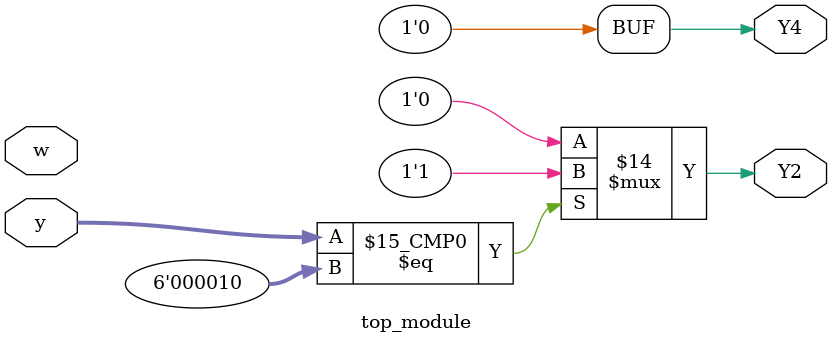
<source format=sv>
module top_module (
    input [6:1] y,
    input w,
    output reg Y2,
    output reg Y4
);

    always @(*) begin
        case(y)
            6'b000001: begin
                Y2 <= 0;
                Y4 <= 0;
            end
            6'b000010: begin
                Y2 <= 1;
                Y4 <= 0;
            end
            6'b000100: begin
                Y2 <= 0;
                Y4 <= 0;
            end
            6'b001000: begin
                Y2 <= 0;
                Y4 <= 0;
            end
            6'b010000: begin
                Y2 <= 0;
                Y4 <= 0;
            end
            6'b100000: begin
                Y2 <= 0;
                Y4 <= 0;
            end
            default: begin
                Y2 <= 0;
                Y4 <= 0;
            end
        endcase
    end

endmodule

</source>
